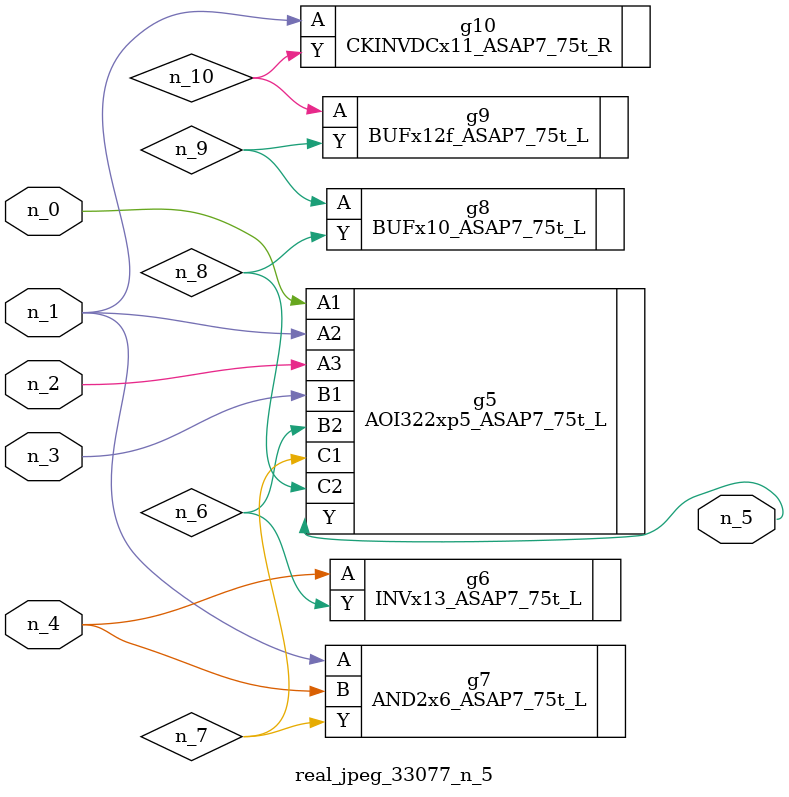
<source format=v>
module real_jpeg_33077_n_5 (n_4, n_0, n_1, n_2, n_3, n_5);

input n_4;
input n_0;
input n_1;
input n_2;
input n_3;

output n_5;

wire n_8;
wire n_6;
wire n_7;
wire n_10;
wire n_9;

AOI322xp5_ASAP7_75t_L g5 ( 
.A1(n_0),
.A2(n_1),
.A3(n_2),
.B1(n_3),
.B2(n_6),
.C1(n_7),
.C2(n_8),
.Y(n_5)
);

AND2x6_ASAP7_75t_L g7 ( 
.A(n_1),
.B(n_4),
.Y(n_7)
);

CKINVDCx11_ASAP7_75t_R g10 ( 
.A(n_1),
.Y(n_10)
);

INVx13_ASAP7_75t_L g6 ( 
.A(n_4),
.Y(n_6)
);

BUFx10_ASAP7_75t_L g8 ( 
.A(n_9),
.Y(n_8)
);

BUFx12f_ASAP7_75t_L g9 ( 
.A(n_10),
.Y(n_9)
);


endmodule
</source>
